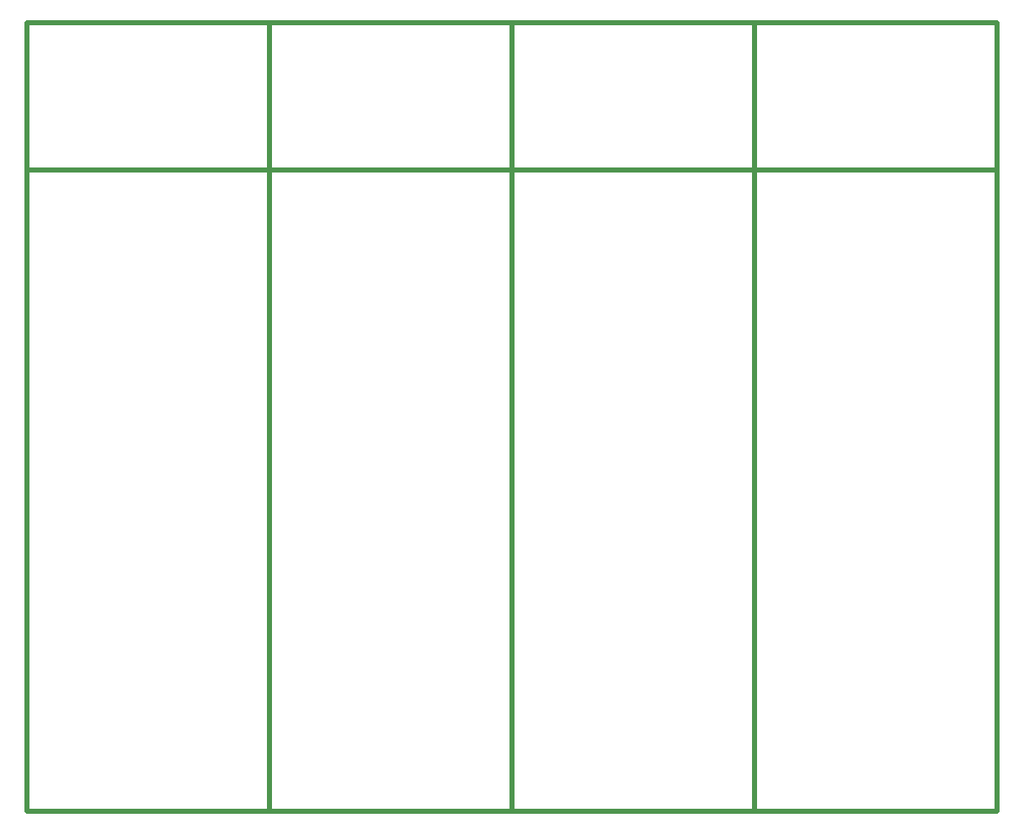
<source format=gm1>
G04 #@! TF.GenerationSoftware,KiCad,Pcbnew,6.0.0-unknown-16cf1a4~86~ubuntu16.04.1*
G04 #@! TF.CreationDate,2019-07-03T13:53:05+02:00*
G04 #@! TF.ProjectId,nano324,6e616e6f-3332-4342-9e6b-696361645f70,rev?*
G04 #@! TF.SameCoordinates,Original*
G04 #@! TF.FileFunction,Profile,NP*
%FSLAX46Y46*%
G04 Gerber Fmt 4.6, Leading zero omitted, Abs format (unit mm)*
G04 Created by KiCad (PCBNEW 6.0.0-unknown-16cf1a4~86~ubuntu16.04.1) date 2019-07-03 13:53:05*
%MOMM*%
%LPD*%
G04 APERTURE LIST*
%ADD10C,0.500000*%
G04 APERTURE END LIST*
D10*
X147929600Y-59893200D02*
X147929600Y-45008800D01*
X123545600Y-59893200D02*
X123545600Y-45008800D01*
X99161600Y-59893200D02*
X99161600Y-45008800D01*
X74777600Y-59893200D02*
X74777600Y-45008800D01*
X172313600Y-45008800D02*
X74777600Y-45008800D01*
X172316140Y-59893200D02*
X172313600Y-45008800D01*
X147929600Y-59893200D02*
X172313600Y-59893200D01*
X147929600Y-124409200D02*
X147929600Y-59893200D01*
X172316140Y-59893200D02*
X172313600Y-124409200D01*
X172313600Y-124409200D02*
X147929600Y-124409200D01*
X123545600Y-59893200D02*
X147929600Y-59893200D01*
X123545600Y-124409200D02*
X123545600Y-59893200D01*
X147932140Y-59893200D02*
X147929600Y-124409200D01*
X147929600Y-124409200D02*
X123545600Y-124409200D01*
X99161600Y-59893200D02*
X123545600Y-59893200D01*
X99161600Y-124409200D02*
X99161600Y-59893200D01*
X123548140Y-59893200D02*
X123545600Y-124409200D01*
X123545600Y-124409200D02*
X99161600Y-124409200D01*
X99164140Y-59893200D02*
X99161600Y-124409200D01*
X74777600Y-124409200D02*
X74777600Y-59893200D01*
X74777600Y-59893200D02*
X99161600Y-59893200D01*
X99161600Y-124409200D02*
X74777600Y-124409200D01*
M02*

</source>
